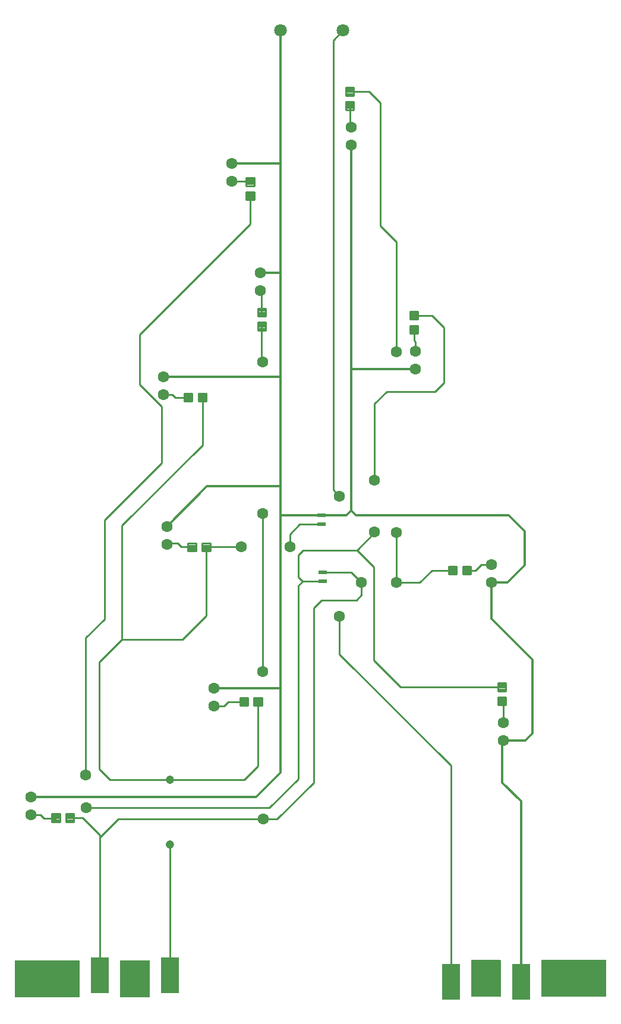
<source format=gbr>
G04 EAGLE Gerber RS-274X export*
G75*
%MOMM*%
%FSLAX34Y34*%
%LPD*%
%INBottom Copper*%
%IPPOS*%
%AMOC8*
5,1,8,0,0,1.08239X$1,22.5*%
G01*
%ADD10R,2.540000X5.080000*%
%ADD11R,1.270000X0.500000*%
%ADD12C,1.800000*%
%ADD13C,1.600000*%
%ADD14C,0.280000*%
%ADD15C,0.254000*%
%ADD16C,1.206400*%
%ADD17C,0.300000*%

G36*
X844648Y14956D02*
X844648Y14956D01*
X844767Y14963D01*
X844805Y14976D01*
X844846Y14981D01*
X844956Y15024D01*
X845069Y15061D01*
X845104Y15083D01*
X845141Y15098D01*
X845237Y15168D01*
X845338Y15231D01*
X845366Y15261D01*
X845399Y15284D01*
X845475Y15376D01*
X845556Y15463D01*
X845576Y15498D01*
X845601Y15529D01*
X845652Y15637D01*
X845710Y15741D01*
X845720Y15781D01*
X845737Y15817D01*
X845759Y15934D01*
X845789Y16049D01*
X845793Y16110D01*
X845797Y16130D01*
X845795Y16150D01*
X845799Y16210D01*
X845799Y66210D01*
X845784Y66328D01*
X845777Y66447D01*
X845764Y66485D01*
X845759Y66526D01*
X845716Y66636D01*
X845679Y66749D01*
X845657Y66784D01*
X845642Y66821D01*
X845573Y66917D01*
X845509Y67018D01*
X845479Y67046D01*
X845456Y67079D01*
X845364Y67155D01*
X845277Y67236D01*
X845242Y67256D01*
X845211Y67281D01*
X845103Y67332D01*
X844999Y67390D01*
X844959Y67400D01*
X844923Y67417D01*
X844806Y67439D01*
X844691Y67469D01*
X844631Y67473D01*
X844611Y67477D01*
X844590Y67475D01*
X844530Y67479D01*
X754530Y67479D01*
X754412Y67464D01*
X754293Y67457D01*
X754255Y67444D01*
X754214Y67439D01*
X754104Y67396D01*
X753991Y67359D01*
X753956Y67337D01*
X753919Y67322D01*
X753823Y67253D01*
X753722Y67189D01*
X753694Y67159D01*
X753661Y67136D01*
X753586Y67044D01*
X753504Y66957D01*
X753484Y66922D01*
X753459Y66891D01*
X753408Y66783D01*
X753350Y66679D01*
X753340Y66639D01*
X753323Y66603D01*
X753301Y66486D01*
X753271Y66371D01*
X753267Y66311D01*
X753263Y66291D01*
X753265Y66270D01*
X753261Y66210D01*
X753261Y16210D01*
X753276Y16092D01*
X753283Y15973D01*
X753296Y15935D01*
X753301Y15894D01*
X753344Y15784D01*
X753381Y15671D01*
X753403Y15636D01*
X753418Y15599D01*
X753488Y15503D01*
X753551Y15402D01*
X753581Y15374D01*
X753604Y15341D01*
X753696Y15266D01*
X753783Y15184D01*
X753818Y15164D01*
X753849Y15139D01*
X753957Y15088D01*
X754061Y15030D01*
X754101Y15020D01*
X754137Y15003D01*
X754254Y14981D01*
X754369Y14951D01*
X754430Y14947D01*
X754450Y14943D01*
X754470Y14945D01*
X754530Y14941D01*
X844530Y14941D01*
X844648Y14956D01*
G37*
G36*
X94648Y14156D02*
X94648Y14156D01*
X94767Y14163D01*
X94805Y14176D01*
X94846Y14181D01*
X94956Y14224D01*
X95069Y14261D01*
X95104Y14283D01*
X95141Y14298D01*
X95237Y14368D01*
X95338Y14431D01*
X95366Y14461D01*
X95399Y14484D01*
X95475Y14576D01*
X95556Y14663D01*
X95576Y14698D01*
X95601Y14729D01*
X95652Y14837D01*
X95710Y14941D01*
X95720Y14981D01*
X95737Y15017D01*
X95759Y15134D01*
X95789Y15249D01*
X95793Y15310D01*
X95797Y15330D01*
X95795Y15350D01*
X95799Y15410D01*
X95799Y65410D01*
X95784Y65528D01*
X95777Y65647D01*
X95764Y65685D01*
X95759Y65726D01*
X95716Y65836D01*
X95679Y65949D01*
X95657Y65984D01*
X95642Y66021D01*
X95573Y66117D01*
X95509Y66218D01*
X95479Y66246D01*
X95456Y66279D01*
X95364Y66355D01*
X95277Y66436D01*
X95242Y66456D01*
X95211Y66481D01*
X95103Y66532D01*
X94999Y66590D01*
X94959Y66600D01*
X94923Y66617D01*
X94806Y66639D01*
X94691Y66669D01*
X94631Y66673D01*
X94611Y66677D01*
X94590Y66675D01*
X94530Y66679D01*
X4530Y66679D01*
X4412Y66664D01*
X4293Y66657D01*
X4255Y66644D01*
X4214Y66639D01*
X4104Y66596D01*
X3991Y66559D01*
X3956Y66537D01*
X3919Y66522D01*
X3823Y66453D01*
X3722Y66389D01*
X3694Y66359D01*
X3661Y66336D01*
X3586Y66244D01*
X3504Y66157D01*
X3484Y66122D01*
X3459Y66091D01*
X3408Y65983D01*
X3350Y65879D01*
X3340Y65839D01*
X3323Y65803D01*
X3301Y65686D01*
X3271Y65571D01*
X3267Y65511D01*
X3263Y65491D01*
X3265Y65470D01*
X3261Y65410D01*
X3261Y15410D01*
X3276Y15292D01*
X3283Y15173D01*
X3296Y15135D01*
X3301Y15094D01*
X3344Y14984D01*
X3381Y14871D01*
X3403Y14836D01*
X3418Y14799D01*
X3488Y14703D01*
X3551Y14602D01*
X3581Y14574D01*
X3604Y14541D01*
X3696Y14466D01*
X3783Y14384D01*
X3818Y14364D01*
X3849Y14339D01*
X3957Y14288D01*
X4061Y14230D01*
X4101Y14220D01*
X4137Y14203D01*
X4254Y14181D01*
X4369Y14151D01*
X4430Y14147D01*
X4450Y14143D01*
X4470Y14145D01*
X4530Y14141D01*
X94530Y14141D01*
X94648Y14156D01*
G37*
G36*
X694648Y14956D02*
X694648Y14956D01*
X694767Y14963D01*
X694805Y14976D01*
X694846Y14981D01*
X694956Y15024D01*
X695069Y15061D01*
X695104Y15083D01*
X695141Y15098D01*
X695237Y15168D01*
X695338Y15231D01*
X695366Y15261D01*
X695399Y15284D01*
X695475Y15376D01*
X695556Y15463D01*
X695576Y15498D01*
X695601Y15529D01*
X695652Y15637D01*
X695710Y15741D01*
X695720Y15781D01*
X695737Y15817D01*
X695759Y15934D01*
X695789Y16049D01*
X695793Y16110D01*
X695797Y16130D01*
X695795Y16150D01*
X695799Y16210D01*
X695799Y66210D01*
X695784Y66328D01*
X695777Y66447D01*
X695764Y66485D01*
X695759Y66526D01*
X695716Y66636D01*
X695679Y66749D01*
X695657Y66784D01*
X695642Y66821D01*
X695573Y66917D01*
X695509Y67018D01*
X695479Y67046D01*
X695456Y67079D01*
X695364Y67155D01*
X695277Y67236D01*
X695242Y67256D01*
X695211Y67281D01*
X695103Y67332D01*
X694999Y67390D01*
X694959Y67400D01*
X694923Y67417D01*
X694806Y67439D01*
X694691Y67469D01*
X694631Y67473D01*
X694611Y67477D01*
X694590Y67475D01*
X694530Y67479D01*
X654530Y67479D01*
X654412Y67464D01*
X654293Y67457D01*
X654255Y67444D01*
X654214Y67439D01*
X654104Y67396D01*
X653991Y67359D01*
X653956Y67337D01*
X653919Y67322D01*
X653823Y67253D01*
X653722Y67189D01*
X653694Y67159D01*
X653661Y67136D01*
X653586Y67044D01*
X653504Y66957D01*
X653484Y66922D01*
X653459Y66891D01*
X653408Y66783D01*
X653350Y66679D01*
X653340Y66639D01*
X653323Y66603D01*
X653301Y66486D01*
X653271Y66371D01*
X653267Y66311D01*
X653263Y66291D01*
X653265Y66270D01*
X653261Y66210D01*
X653261Y16210D01*
X653276Y16092D01*
X653283Y15973D01*
X653296Y15935D01*
X653301Y15894D01*
X653344Y15784D01*
X653381Y15671D01*
X653403Y15636D01*
X653418Y15599D01*
X653488Y15503D01*
X653551Y15402D01*
X653581Y15374D01*
X653604Y15341D01*
X653696Y15266D01*
X653783Y15184D01*
X653818Y15164D01*
X653849Y15139D01*
X653957Y15088D01*
X654061Y15030D01*
X654101Y15020D01*
X654137Y15003D01*
X654254Y14981D01*
X654369Y14951D01*
X654430Y14947D01*
X654450Y14943D01*
X654470Y14945D01*
X654530Y14941D01*
X694530Y14941D01*
X694648Y14956D01*
G37*
G36*
X194648Y14156D02*
X194648Y14156D01*
X194767Y14163D01*
X194805Y14176D01*
X194846Y14181D01*
X194956Y14224D01*
X195069Y14261D01*
X195104Y14283D01*
X195141Y14298D01*
X195237Y14368D01*
X195338Y14431D01*
X195366Y14461D01*
X195399Y14484D01*
X195475Y14576D01*
X195556Y14663D01*
X195576Y14698D01*
X195601Y14729D01*
X195652Y14837D01*
X195710Y14941D01*
X195720Y14981D01*
X195737Y15017D01*
X195759Y15134D01*
X195789Y15249D01*
X195793Y15310D01*
X195797Y15330D01*
X195795Y15350D01*
X195799Y15410D01*
X195799Y65410D01*
X195784Y65528D01*
X195777Y65647D01*
X195764Y65685D01*
X195759Y65726D01*
X195716Y65836D01*
X195679Y65949D01*
X195657Y65984D01*
X195642Y66021D01*
X195573Y66117D01*
X195509Y66218D01*
X195479Y66246D01*
X195456Y66279D01*
X195364Y66355D01*
X195277Y66436D01*
X195242Y66456D01*
X195211Y66481D01*
X195103Y66532D01*
X194999Y66590D01*
X194959Y66600D01*
X194923Y66617D01*
X194806Y66639D01*
X194691Y66669D01*
X194631Y66673D01*
X194611Y66677D01*
X194590Y66675D01*
X194530Y66679D01*
X154530Y66679D01*
X154412Y66664D01*
X154293Y66657D01*
X154255Y66644D01*
X154214Y66639D01*
X154104Y66596D01*
X153991Y66559D01*
X153956Y66537D01*
X153919Y66522D01*
X153823Y66453D01*
X153722Y66389D01*
X153694Y66359D01*
X153661Y66336D01*
X153586Y66244D01*
X153504Y66157D01*
X153484Y66122D01*
X153459Y66091D01*
X153408Y65983D01*
X153350Y65879D01*
X153340Y65839D01*
X153323Y65803D01*
X153301Y65686D01*
X153271Y65571D01*
X153267Y65511D01*
X153263Y65491D01*
X153265Y65470D01*
X153261Y65410D01*
X153261Y15410D01*
X153276Y15292D01*
X153283Y15173D01*
X153296Y15135D01*
X153301Y15094D01*
X153344Y14984D01*
X153381Y14871D01*
X153403Y14836D01*
X153418Y14799D01*
X153488Y14703D01*
X153551Y14602D01*
X153581Y14574D01*
X153604Y14541D01*
X153696Y14466D01*
X153783Y14384D01*
X153818Y14364D01*
X153849Y14339D01*
X153957Y14288D01*
X154061Y14230D01*
X154101Y14220D01*
X154137Y14203D01*
X154254Y14181D01*
X154369Y14151D01*
X154430Y14147D01*
X154450Y14143D01*
X154470Y14145D01*
X154530Y14141D01*
X194530Y14141D01*
X194648Y14156D01*
G37*
D10*
X624530Y36210D03*
X724530Y36210D03*
X224530Y45410D03*
X124530Y45410D03*
D11*
X440460Y688330D03*
X440460Y701030D03*
X441950Y606670D03*
X441950Y619370D03*
D12*
X470800Y1391500D03*
D13*
X286600Y454800D03*
X286600Y429400D03*
X214900Y898300D03*
X214900Y872900D03*
X220200Y685100D03*
X220200Y659700D03*
X352700Y1046500D03*
X352700Y1021100D03*
X682700Y605500D03*
X682700Y630900D03*
X482800Y1227900D03*
X482800Y1253300D03*
X312500Y1201800D03*
X312500Y1176400D03*
X699600Y379600D03*
X699600Y405000D03*
X26300Y299300D03*
X26300Y273900D03*
X574100Y909100D03*
X574100Y934500D03*
D12*
X381900Y1391500D03*
D14*
X335100Y429600D02*
X323900Y429600D01*
X323900Y440800D01*
X335100Y440800D01*
X335100Y429600D01*
X335100Y432260D02*
X323900Y432260D01*
X323900Y434920D02*
X335100Y434920D01*
X335100Y437580D02*
X323900Y437580D01*
X323900Y440240D02*
X335100Y440240D01*
X344090Y429600D02*
X355290Y429600D01*
X344090Y429600D02*
X344090Y440800D01*
X355290Y440800D01*
X355290Y429600D01*
X355290Y432260D02*
X344090Y432260D01*
X344090Y434920D02*
X355290Y434920D01*
X355290Y437580D02*
X344090Y437580D01*
X344090Y440240D02*
X355290Y440240D01*
X256000Y863200D02*
X244800Y863200D01*
X244800Y874400D01*
X256000Y874400D01*
X256000Y863200D01*
X256000Y865860D02*
X244800Y865860D01*
X244800Y868520D02*
X256000Y868520D01*
X256000Y871180D02*
X244800Y871180D01*
X244800Y873840D02*
X256000Y873840D01*
X264990Y863200D02*
X276190Y863200D01*
X264990Y863200D02*
X264990Y874400D01*
X276190Y874400D01*
X276190Y863200D01*
X276190Y865860D02*
X264990Y865860D01*
X264990Y868520D02*
X276190Y868520D01*
X276190Y871180D02*
X264990Y871180D01*
X264990Y873840D02*
X276190Y873840D01*
X261300Y650000D02*
X250100Y650000D01*
X250100Y661200D01*
X261300Y661200D01*
X261300Y650000D01*
X261300Y652660D02*
X250100Y652660D01*
X250100Y655320D02*
X261300Y655320D01*
X261300Y657980D02*
X250100Y657980D01*
X250100Y660640D02*
X261300Y660640D01*
X270290Y650000D02*
X281490Y650000D01*
X270290Y650000D02*
X270290Y661200D01*
X281490Y661200D01*
X281490Y650000D01*
X281490Y652660D02*
X270290Y652660D01*
X270290Y655320D02*
X281490Y655320D01*
X281490Y657980D02*
X270290Y657980D01*
X270290Y660640D02*
X281490Y660640D01*
X349300Y984600D02*
X349300Y995800D01*
X360500Y995800D01*
X360500Y984600D01*
X349300Y984600D01*
X349300Y987260D02*
X360500Y987260D01*
X360500Y989920D02*
X349300Y989920D01*
X349300Y992580D02*
X360500Y992580D01*
X360500Y995240D02*
X349300Y995240D01*
X349300Y975610D02*
X349300Y964410D01*
X349300Y975610D02*
X360500Y975610D01*
X360500Y964410D01*
X349300Y964410D01*
X349300Y967070D02*
X360500Y967070D01*
X360500Y969730D02*
X349300Y969730D01*
X349300Y972390D02*
X360500Y972390D01*
X360500Y975050D02*
X349300Y975050D01*
X641600Y627900D02*
X652800Y627900D01*
X652800Y616700D01*
X641600Y616700D01*
X641600Y627900D01*
X641600Y619360D02*
X652800Y619360D01*
X652800Y622020D02*
X641600Y622020D01*
X641600Y624680D02*
X652800Y624680D01*
X652800Y627340D02*
X641600Y627340D01*
X632610Y627900D02*
X621410Y627900D01*
X632610Y627900D02*
X632610Y616700D01*
X621410Y616700D01*
X621410Y627900D01*
X621410Y619360D02*
X632610Y619360D01*
X632610Y622020D02*
X621410Y622020D01*
X621410Y624680D02*
X632610Y624680D01*
X632610Y627340D02*
X621410Y627340D01*
X486200Y1278600D02*
X486200Y1289800D01*
X486200Y1278600D02*
X475000Y1278600D01*
X475000Y1289800D01*
X486200Y1289800D01*
X486200Y1281260D02*
X475000Y1281260D01*
X475000Y1283920D02*
X486200Y1283920D01*
X486200Y1286580D02*
X475000Y1286580D01*
X475000Y1289240D02*
X486200Y1289240D01*
X486200Y1298790D02*
X486200Y1309990D01*
X486200Y1298790D02*
X475000Y1298790D01*
X475000Y1309990D01*
X486200Y1309990D01*
X486200Y1301450D02*
X475000Y1301450D01*
X475000Y1304110D02*
X486200Y1304110D01*
X486200Y1306770D02*
X475000Y1306770D01*
X475000Y1309430D02*
X486200Y1309430D01*
X333100Y1181400D02*
X333100Y1170200D01*
X333100Y1181400D02*
X344300Y1181400D01*
X344300Y1170200D01*
X333100Y1170200D01*
X333100Y1172860D02*
X344300Y1172860D01*
X344300Y1175520D02*
X333100Y1175520D01*
X333100Y1178180D02*
X344300Y1178180D01*
X344300Y1180840D02*
X333100Y1180840D01*
X333100Y1161210D02*
X333100Y1150010D01*
X333100Y1161210D02*
X344300Y1161210D01*
X344300Y1150010D01*
X333100Y1150010D01*
X333100Y1152670D02*
X344300Y1152670D01*
X344300Y1155330D02*
X333100Y1155330D01*
X333100Y1157990D02*
X344300Y1157990D01*
X344300Y1160650D02*
X333100Y1160650D01*
X703000Y441500D02*
X703000Y430300D01*
X691800Y430300D01*
X691800Y441500D01*
X703000Y441500D01*
X703000Y432960D02*
X691800Y432960D01*
X691800Y435620D02*
X703000Y435620D01*
X703000Y438280D02*
X691800Y438280D01*
X691800Y440940D02*
X703000Y440940D01*
X703000Y450490D02*
X703000Y461690D01*
X703000Y450490D02*
X691800Y450490D01*
X691800Y461690D01*
X703000Y461690D01*
X703000Y453150D02*
X691800Y453150D01*
X691800Y455810D02*
X703000Y455810D01*
X703000Y458470D02*
X691800Y458470D01*
X691800Y461130D02*
X703000Y461130D01*
X67400Y264200D02*
X56200Y264200D01*
X56200Y275400D01*
X67400Y275400D01*
X67400Y264200D01*
X67400Y266860D02*
X56200Y266860D01*
X56200Y269520D02*
X67400Y269520D01*
X67400Y272180D02*
X56200Y272180D01*
X56200Y274840D02*
X67400Y274840D01*
X76390Y264200D02*
X87590Y264200D01*
X76390Y264200D02*
X76390Y275400D01*
X87590Y275400D01*
X87590Y264200D01*
X87590Y266860D02*
X76390Y266860D01*
X76390Y269520D02*
X87590Y269520D01*
X87590Y272180D02*
X76390Y272180D01*
X76390Y274840D02*
X87590Y274840D01*
X577500Y959800D02*
X577500Y971000D01*
X577500Y959800D02*
X566300Y959800D01*
X566300Y971000D01*
X577500Y971000D01*
X577500Y962460D02*
X566300Y962460D01*
X566300Y965120D02*
X577500Y965120D01*
X577500Y967780D02*
X566300Y967780D01*
X566300Y970440D02*
X577500Y970440D01*
X577500Y979990D02*
X577500Y991190D01*
X577500Y979990D02*
X566300Y979990D01*
X566300Y991190D01*
X577500Y991190D01*
X577500Y982650D02*
X566300Y982650D01*
X566300Y985310D02*
X577500Y985310D01*
X577500Y987970D02*
X566300Y987970D01*
X566300Y990630D02*
X577500Y990630D01*
D15*
X441950Y606670D02*
X413330Y606670D01*
X407000Y613000D01*
X407000Y644000D01*
X414000Y651000D01*
X491000Y651000D01*
X515000Y627000D01*
X515000Y494000D01*
X552910Y456090D02*
X697400Y456090D01*
X552910Y456090D02*
X515000Y494000D01*
X338700Y1115700D02*
X338700Y1155610D01*
X338700Y1115700D02*
X181000Y958000D01*
X181000Y886818D01*
X212192Y855626D01*
X212192Y850553D02*
X212599Y846075D01*
X212192Y845586D01*
X212192Y775192D01*
X131000Y694000D02*
X131000Y553000D01*
X104000Y526000D01*
X104000Y331000D01*
D13*
X104000Y331000D03*
X105000Y284000D03*
D15*
X366000Y284000D01*
X407000Y325000D01*
X407000Y600340D01*
X413330Y606670D01*
X212192Y850553D02*
X212192Y855626D01*
X212192Y775192D02*
X131000Y694000D01*
X491000Y651000D02*
X516000Y676000D01*
X516000Y677000D01*
D13*
X516000Y677000D03*
X516000Y751000D03*
D15*
X516000Y860000D01*
X533000Y877000D01*
X602000Y877000D01*
X615000Y890000D01*
X615000Y968000D01*
X597410Y985590D02*
X571900Y985590D01*
X597410Y985590D02*
X615000Y968000D01*
X224530Y231470D02*
X224530Y45410D01*
X224530Y231470D02*
X224000Y232000D01*
D16*
X224000Y232000D03*
X224000Y324000D03*
D15*
X330000Y324000D01*
X349690Y343690D02*
X349690Y435200D01*
X349690Y343690D02*
X330000Y324000D01*
X224000Y324000D02*
X139000Y324000D01*
X124000Y339000D01*
X124000Y492000D01*
X156000Y524000D01*
X242000Y524000D01*
X275890Y557890D02*
X275890Y655600D01*
X275890Y557890D02*
X242000Y524000D01*
X270590Y800590D02*
X270590Y868800D01*
X156000Y686000D02*
X156000Y524000D01*
X156000Y686000D02*
X270590Y800590D01*
X409330Y688330D02*
X440460Y688330D01*
X409330Y688330D02*
X395000Y674000D01*
X395000Y656000D01*
D13*
X395000Y656000D03*
X326000Y656000D03*
D15*
X276290Y656000D01*
X275890Y655600D01*
D17*
X381900Y1202000D02*
X381900Y1391500D01*
X381900Y1202000D02*
X381900Y1046000D01*
X381900Y897000D01*
X381900Y742000D01*
X381900Y701000D01*
X381900Y685000D01*
X381900Y455000D01*
X381900Y685000D02*
X381800Y685100D01*
X381930Y701030D02*
X440460Y701030D01*
X381930Y701030D02*
X381900Y701000D01*
X380600Y898300D02*
X214900Y898300D01*
X380600Y898300D02*
X381900Y897000D01*
X381400Y1046500D02*
X352700Y1046500D01*
X381400Y1046500D02*
X381900Y1046000D01*
X381700Y1201800D02*
X312500Y1201800D01*
X381700Y1201800D02*
X381900Y1202000D01*
X347300Y299300D02*
X26300Y299300D01*
X347300Y299300D02*
X381900Y333900D01*
X381900Y455000D01*
X381700Y454800D01*
X286600Y454800D01*
X699600Y379600D02*
X730600Y379600D01*
X741000Y390000D01*
X741000Y495000D01*
X682700Y553300D02*
X682700Y605500D01*
X682700Y553300D02*
X741000Y495000D01*
X482800Y909000D02*
X482800Y1227900D01*
X482800Y909000D02*
X482800Y707800D01*
X476000Y701000D01*
X440490Y701000D01*
X440460Y701030D01*
X724530Y293470D02*
X724530Y36210D01*
X724530Y293470D02*
X698000Y320000D01*
X698000Y378000D01*
X699600Y379600D01*
X705500Y605500D02*
X682700Y605500D01*
X705500Y605500D02*
X730000Y630000D01*
X730000Y678000D01*
X707000Y701000D01*
X489600Y701000D01*
X482800Y707800D01*
X482900Y909100D02*
X574100Y909100D01*
X482900Y909100D02*
X482800Y909000D01*
X277100Y742000D02*
X220200Y685100D01*
X277100Y742000D02*
X381900Y742000D01*
D15*
X301400Y429400D02*
X286600Y429400D01*
X307200Y435200D02*
X329500Y435200D01*
X307200Y435200D02*
X301400Y429400D01*
X255700Y655600D02*
X240400Y655600D01*
X235000Y661000D01*
X221500Y661000D01*
X220200Y659700D01*
X354900Y1018900D02*
X352700Y1021100D01*
X354900Y1018900D02*
X354900Y990200D01*
X647200Y622300D02*
X659300Y622300D01*
X667900Y630900D02*
X682700Y630900D01*
X667900Y630900D02*
X659300Y622300D01*
X482800Y1253300D02*
X480600Y1255500D01*
X480600Y1284200D01*
X338100Y1176400D02*
X312500Y1176400D01*
X338100Y1176400D02*
X338700Y1175800D01*
X699600Y433700D02*
X699600Y405000D01*
X699600Y433700D02*
X697400Y435900D01*
X40100Y273900D02*
X26300Y273900D01*
X40100Y273900D02*
X45000Y269000D01*
X61000Y269000D01*
X61800Y269800D01*
X574100Y934500D02*
X574100Y947900D01*
X571900Y950100D02*
X571900Y965400D01*
X571900Y950100D02*
X574100Y947900D01*
X228100Y872900D02*
X214900Y872900D01*
X232200Y868800D02*
X250400Y868800D01*
X232200Y868800D02*
X228100Y872900D01*
X100200Y269800D02*
X81990Y269800D01*
X124530Y245470D02*
X124530Y242000D01*
X124530Y45410D01*
X124530Y245470D02*
X100200Y269800D01*
X124530Y242000D02*
X150530Y268000D01*
X497000Y587000D02*
X497000Y605000D01*
X482630Y619370D02*
X441950Y619370D01*
X357000Y268000D02*
X150530Y268000D01*
X497000Y605000D02*
X482630Y619370D01*
D13*
X497000Y605000D03*
X547000Y605000D03*
D15*
X580000Y605000D01*
X597300Y622300D02*
X627010Y622300D01*
X597300Y622300D02*
X580000Y605000D01*
X354900Y920100D02*
X354900Y970010D01*
X354900Y920100D02*
X356000Y919000D01*
D13*
X356000Y919000D03*
X356000Y703000D03*
D15*
X356000Y478000D01*
D13*
X356000Y478000D03*
X357000Y268000D03*
D15*
X547000Y605000D02*
X547000Y676000D01*
D13*
X547000Y676000D03*
X547000Y934000D03*
D15*
X547000Y1090000D01*
X524000Y1113000D01*
X524000Y1288000D01*
X507610Y1304390D02*
X480600Y1304390D01*
X507610Y1304390D02*
X524000Y1288000D01*
X377000Y268000D02*
X357000Y268000D01*
X429000Y320000D02*
X429000Y569000D01*
X440000Y580000D01*
X490000Y580000D02*
X497000Y587000D01*
X429000Y320000D02*
X377000Y268000D01*
X440000Y580000D02*
X490000Y580000D01*
X457000Y1377700D02*
X470800Y1391500D01*
X457000Y737000D02*
X466000Y728000D01*
D13*
X466000Y728000D03*
X466000Y557000D03*
D15*
X457000Y737000D02*
X457000Y1377700D01*
X466000Y557000D02*
X466000Y503000D01*
X624530Y344470D02*
X624530Y36210D01*
X624530Y344470D02*
X466000Y503000D01*
M02*

</source>
